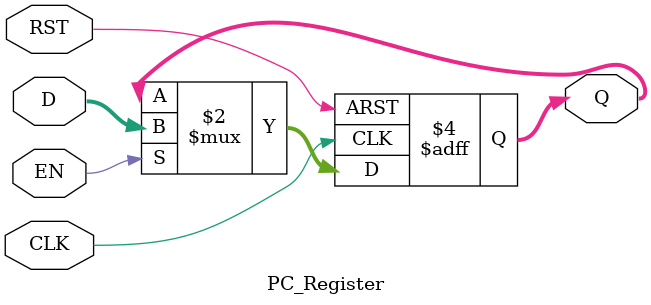
<source format=v>
`timescale 1ns / 1ps

module PC_Register #(parameter WIDTH = 32)(
    input [WIDTH-1:0] D,
    input CLK,EN,RST,
    output reg [WIDTH-1:0] Q
    );
    always @(posedge CLK or posedge RST) begin
        if(RST) Q<=0;
        else if(EN) Q<=D;
    end
endmodule
</source>
